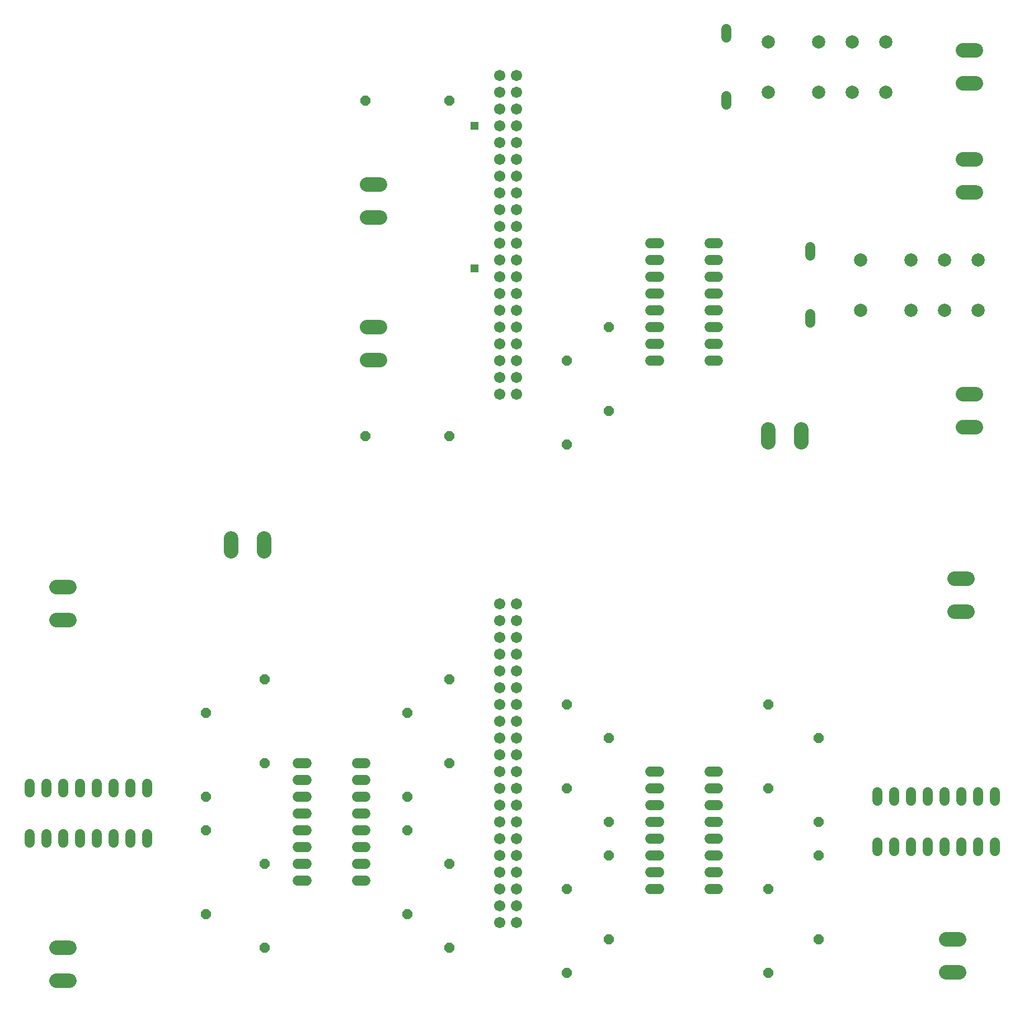
<source format=gbs>
G75*
%MOIN*%
%OFA0B0*%
%FSLAX25Y25*%
%IPPOS*%
%LPD*%
%AMOC8*
5,1,8,0,0,1.08239X$1,22.5*
%
%ADD10C,0.06000*%
%ADD11OC8,0.06000*%
%ADD12C,0.06737*%
%ADD13C,0.08600*%
%ADD14C,0.07887*%
%ADD15R,0.04762X0.04762*%
D10*
X0014167Y0099200D02*
X0014167Y0104400D01*
X0024167Y0104400D02*
X0024167Y0099200D01*
X0034167Y0099200D02*
X0034167Y0104400D01*
X0044167Y0104400D02*
X0044167Y0099200D01*
X0054167Y0099200D02*
X0054167Y0104400D01*
X0064167Y0104400D02*
X0064167Y0099200D01*
X0074167Y0099200D02*
X0074167Y0104400D01*
X0084167Y0104400D02*
X0084167Y0099200D01*
X0084167Y0129200D02*
X0084167Y0134400D01*
X0074167Y0134400D02*
X0074167Y0129200D01*
X0064167Y0129200D02*
X0064167Y0134400D01*
X0054167Y0134400D02*
X0054167Y0129200D01*
X0044167Y0129200D02*
X0044167Y0134400D01*
X0034167Y0134400D02*
X0034167Y0129200D01*
X0024167Y0129200D02*
X0024167Y0134400D01*
X0014167Y0134400D02*
X0014167Y0129200D01*
X0173967Y0126800D02*
X0179167Y0126800D01*
X0179167Y0116800D02*
X0173967Y0116800D01*
X0173967Y0106800D02*
X0179167Y0106800D01*
X0179167Y0096800D02*
X0173967Y0096800D01*
X0173967Y0086800D02*
X0179167Y0086800D01*
X0179167Y0076800D02*
X0173967Y0076800D01*
X0209167Y0076800D02*
X0214367Y0076800D01*
X0214367Y0086800D02*
X0209167Y0086800D01*
X0209167Y0096800D02*
X0214367Y0096800D01*
X0214367Y0106800D02*
X0209167Y0106800D01*
X0209167Y0116800D02*
X0214367Y0116800D01*
X0214367Y0126800D02*
X0209167Y0126800D01*
X0209167Y0136800D02*
X0214367Y0136800D01*
X0214367Y0146800D02*
X0209167Y0146800D01*
X0179167Y0146800D02*
X0173967Y0146800D01*
X0173967Y0136800D02*
X0179167Y0136800D01*
X0383967Y0131800D02*
X0389167Y0131800D01*
X0389167Y0141800D02*
X0383967Y0141800D01*
X0383967Y0121800D02*
X0389167Y0121800D01*
X0389167Y0111800D02*
X0383967Y0111800D01*
X0383967Y0101800D02*
X0389167Y0101800D01*
X0389167Y0091800D02*
X0383967Y0091800D01*
X0383967Y0081800D02*
X0389167Y0081800D01*
X0389167Y0071800D02*
X0383967Y0071800D01*
X0419167Y0071800D02*
X0424367Y0071800D01*
X0424367Y0081800D02*
X0419167Y0081800D01*
X0419167Y0091800D02*
X0424367Y0091800D01*
X0424367Y0101800D02*
X0419167Y0101800D01*
X0419167Y0111800D02*
X0424367Y0111800D01*
X0424367Y0121800D02*
X0419167Y0121800D01*
X0419167Y0131800D02*
X0424367Y0131800D01*
X0424367Y0141800D02*
X0419167Y0141800D01*
X0519167Y0129400D02*
X0519167Y0124200D01*
X0529167Y0124200D02*
X0529167Y0129400D01*
X0539167Y0129400D02*
X0539167Y0124200D01*
X0549167Y0124200D02*
X0549167Y0129400D01*
X0559167Y0129400D02*
X0559167Y0124200D01*
X0569167Y0124200D02*
X0569167Y0129400D01*
X0579167Y0129400D02*
X0579167Y0124200D01*
X0589167Y0124200D02*
X0589167Y0129400D01*
X0589167Y0099400D02*
X0589167Y0094200D01*
X0579167Y0094200D02*
X0579167Y0099400D01*
X0569167Y0099400D02*
X0569167Y0094200D01*
X0559167Y0094200D02*
X0559167Y0099400D01*
X0549167Y0099400D02*
X0549167Y0094200D01*
X0539167Y0094200D02*
X0539167Y0099400D01*
X0529167Y0099400D02*
X0529167Y0094200D01*
X0519167Y0094200D02*
X0519167Y0099400D01*
X0424367Y0386800D02*
X0419167Y0386800D01*
X0419167Y0396800D02*
X0424367Y0396800D01*
X0424367Y0406800D02*
X0419167Y0406800D01*
X0419167Y0416800D02*
X0424367Y0416800D01*
X0424367Y0426800D02*
X0419167Y0426800D01*
X0419167Y0436800D02*
X0424367Y0436800D01*
X0424367Y0446800D02*
X0419167Y0446800D01*
X0419167Y0456800D02*
X0424367Y0456800D01*
X0389167Y0456800D02*
X0383967Y0456800D01*
X0383967Y0446800D02*
X0389167Y0446800D01*
X0389167Y0436800D02*
X0383967Y0436800D01*
X0383967Y0426800D02*
X0389167Y0426800D01*
X0389167Y0416800D02*
X0383967Y0416800D01*
X0383967Y0406800D02*
X0389167Y0406800D01*
X0389167Y0396800D02*
X0383967Y0396800D01*
X0383967Y0386800D02*
X0389167Y0386800D01*
X0479167Y0409200D02*
X0479167Y0414400D01*
X0479167Y0449200D02*
X0479167Y0454400D01*
X0429167Y0539200D02*
X0429167Y0544400D01*
X0429167Y0579200D02*
X0429167Y0584400D01*
D11*
X0264167Y0541800D03*
X0214167Y0541800D03*
X0359167Y0406800D03*
X0334167Y0386800D03*
X0359167Y0356800D03*
X0334167Y0336800D03*
X0264167Y0341800D03*
X0214167Y0341800D03*
X0264167Y0196800D03*
X0239167Y0176800D03*
X0264167Y0146800D03*
X0239167Y0126800D03*
X0239167Y0106800D03*
X0264167Y0086800D03*
X0239167Y0056800D03*
X0264167Y0036800D03*
X0334167Y0021800D03*
X0359167Y0041800D03*
X0334167Y0071800D03*
X0359167Y0091800D03*
X0359167Y0111800D03*
X0334167Y0131800D03*
X0359167Y0161800D03*
X0334167Y0181800D03*
X0454167Y0181800D03*
X0484167Y0161800D03*
X0454167Y0131800D03*
X0484167Y0111800D03*
X0484167Y0091800D03*
X0454167Y0071800D03*
X0484167Y0041800D03*
X0454167Y0021800D03*
X0154167Y0036800D03*
X0119167Y0056800D03*
X0154167Y0086800D03*
X0119167Y0106800D03*
X0119167Y0126800D03*
X0154167Y0146800D03*
X0119167Y0176800D03*
X0154167Y0196800D03*
D12*
X0294167Y0191800D03*
X0304167Y0191800D03*
X0304167Y0201800D03*
X0294167Y0201800D03*
X0294167Y0211800D03*
X0304167Y0211800D03*
X0304167Y0221800D03*
X0294167Y0221800D03*
X0294167Y0231800D03*
X0304167Y0231800D03*
X0304167Y0241800D03*
X0294167Y0241800D03*
X0294167Y0181800D03*
X0304167Y0181800D03*
X0304167Y0171800D03*
X0304167Y0161800D03*
X0294167Y0161800D03*
X0294167Y0171800D03*
X0294167Y0151800D03*
X0304167Y0151800D03*
X0304167Y0141800D03*
X0304167Y0131800D03*
X0294167Y0131800D03*
X0294167Y0141800D03*
X0294167Y0121800D03*
X0304167Y0121800D03*
X0304167Y0111800D03*
X0294167Y0111800D03*
X0294167Y0101800D03*
X0304167Y0101800D03*
X0304167Y0091800D03*
X0304167Y0081800D03*
X0294167Y0081800D03*
X0294167Y0091800D03*
X0294167Y0071800D03*
X0304167Y0071800D03*
X0304167Y0061800D03*
X0304167Y0051800D03*
X0294167Y0051800D03*
X0294167Y0061800D03*
X0294167Y0366800D03*
X0304167Y0366800D03*
X0304167Y0376800D03*
X0294167Y0376800D03*
X0294167Y0386800D03*
X0304167Y0386800D03*
X0304167Y0396800D03*
X0304167Y0406800D03*
X0294167Y0406800D03*
X0294167Y0396800D03*
X0294167Y0416800D03*
X0304167Y0416800D03*
X0304167Y0426800D03*
X0294167Y0426800D03*
X0294167Y0436800D03*
X0304167Y0436800D03*
X0304167Y0446800D03*
X0304167Y0456800D03*
X0294167Y0456800D03*
X0294167Y0446800D03*
X0294167Y0466800D03*
X0304167Y0466800D03*
X0304167Y0476800D03*
X0304167Y0486800D03*
X0294167Y0486800D03*
X0294167Y0476800D03*
X0294167Y0496800D03*
X0304167Y0496800D03*
X0304167Y0506800D03*
X0294167Y0506800D03*
X0294167Y0516800D03*
X0304167Y0516800D03*
X0304167Y0526800D03*
X0304167Y0536800D03*
X0294167Y0536800D03*
X0294167Y0526800D03*
X0294167Y0546800D03*
X0304167Y0546800D03*
X0304167Y0556800D03*
X0294167Y0556800D03*
D13*
X0038067Y0017000D02*
X0030267Y0017000D01*
X0030267Y0036700D02*
X0038067Y0036700D01*
X0038067Y0232000D02*
X0030267Y0232000D01*
X0030267Y0251700D02*
X0038067Y0251700D01*
X0134367Y0272900D02*
X0134367Y0280700D01*
X0154067Y0280700D02*
X0154067Y0272900D01*
X0215267Y0387000D02*
X0223067Y0387000D01*
X0223067Y0406700D02*
X0215267Y0406700D01*
X0215267Y0472000D02*
X0223067Y0472000D01*
X0223067Y0491700D02*
X0215267Y0491700D01*
X0454367Y0345700D02*
X0454367Y0337900D01*
X0474067Y0337900D02*
X0474067Y0345700D01*
X0565267Y0256600D02*
X0573067Y0256600D01*
X0573067Y0236900D02*
X0565267Y0236900D01*
X0570267Y0347000D02*
X0578067Y0347000D01*
X0578067Y0366700D02*
X0570267Y0366700D01*
X0570267Y0487000D02*
X0578067Y0487000D01*
X0578067Y0506700D02*
X0570267Y0506700D01*
X0570267Y0551900D02*
X0578067Y0551900D01*
X0578067Y0571600D02*
X0570267Y0571600D01*
X0568067Y0041600D02*
X0560267Y0041600D01*
X0560267Y0021900D02*
X0568067Y0021900D01*
D14*
X0559167Y0416800D03*
X0579167Y0416800D03*
X0579167Y0446800D03*
X0559167Y0446800D03*
X0539167Y0446800D03*
X0539167Y0416800D03*
X0509167Y0416800D03*
X0509167Y0446800D03*
X0504167Y0546800D03*
X0524167Y0546800D03*
X0524167Y0576800D03*
X0504167Y0576800D03*
X0484167Y0576800D03*
X0484167Y0546800D03*
X0454167Y0546800D03*
X0454167Y0576800D03*
D15*
X0279167Y0526800D03*
X0279167Y0441800D03*
M02*

</source>
